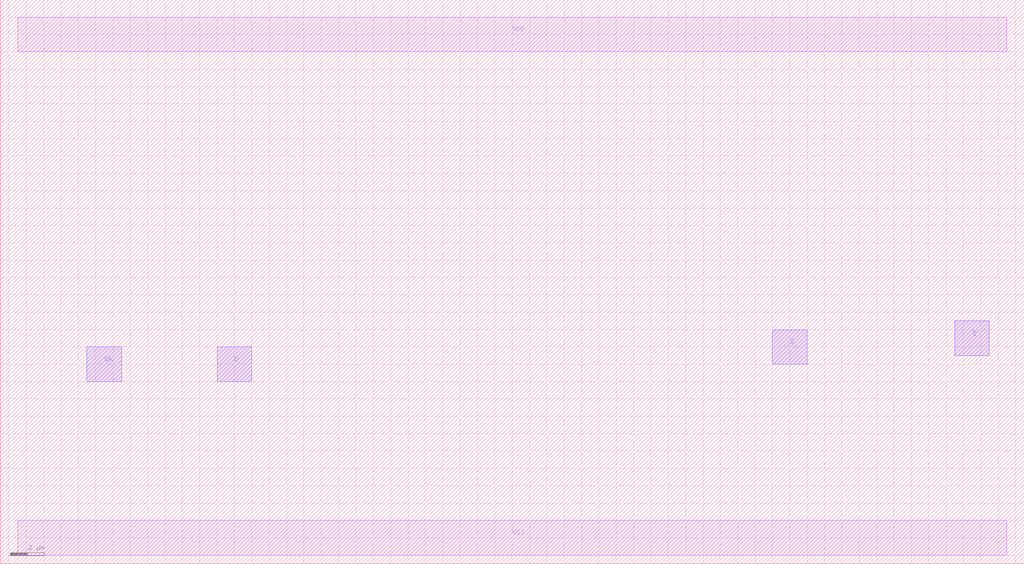
<source format=lef>
# C:/Users/akita/Documents/sff1.lef
# Created by Glade release version 4.7.35 compiled on May 19 2020 19:14:35
# Run by akita on host LAPTOP-E0CJ65QR at Wed Jun  3 17:44:43 2020

VERSION 5.6 ;
NAMESCASESENSITIVE ON ;
BUSBITCHARS "[]" ;
DIVIDERCHAR "/"  ;
UNITS
    DATABASE MICRONS 1000 ;
END UNITS

MACRO sff1
    CLASS core ;
    FOREIGN sff1 -1.500 -1.500 ;
    ORIGIN 1.500 1.500 ;
    SIZE 59.000 BY 32.500 ;
    PIN CK
        DIRECTION INPUT ;
        USE SIGNAL ;
        PORT
        LAYER ML2 ;
        RECT 3.500 9.000 5.500 11.000 ;
        LAYER ML1 ;
        RECT 3.500 9.000 5.500 11.000 ;
        END
    END CK
    PIN D
        DIRECTION INPUT ;
        USE POWER ;
        PORT
        LAYER ML2 ;
        RECT 11.000 9.000 13.000 11.000 ;
        LAYER ML1 ;
        RECT 11.000 9.000 13.000 11.000 ;
        END
    END D
    PIN S
        DIRECTION INPUT ;
        USE GROUND ;
        PORT
        LAYER ML2 ;
        RECT 43.000 10.000 45.000 12.000 ;
        LAYER ML1 ;
        RECT 43.000 10.000 45.000 12.000 ;
        END
    END S
    PIN Q
        DIRECTION OUTPUT ;
        USE SIGNAL ;
        PORT
        LAYER ML2 ;
        RECT 53.500 10.500 55.500 12.500 ;
        LAYER ML1 ;
        RECT 53.500 10.500 55.500 12.500 ;
        END
    END Q
    PIN VDD
        DIRECTION INOUT ;
        USE POWER ;
        PORT
        LAYER ML1 ;
        RECT -0.500 28.000 56.500 30.000 ;
        END
    END VDD
    PIN VSS
        DIRECTION INPUT ;
        USE GROUND ;
        PORT
        LAYER ML1 ;
        RECT -0.500 -1.000 56.500 1.000 ;
        END
    END VSS
    OBS
    END
END sff1

END LIBRARY

</source>
